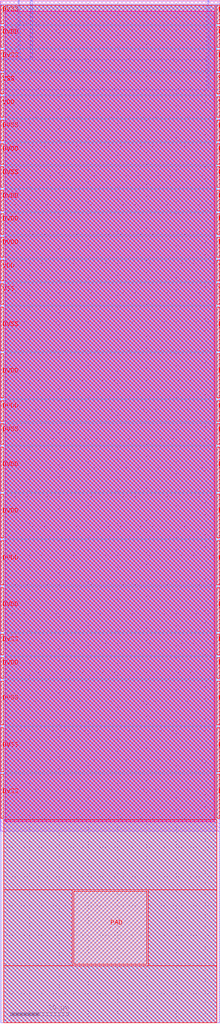
<source format=lef>
VERSION 5.7 ;
  NOWIREEXTENSIONATPIN ON ;
  DIVIDERCHAR "/" ;
  BUSBITCHARS "[]" ;
MACRO gf180mcu_fd_io__in_s
  CLASS PAD INPUT ;
  FOREIGN gf180mcu_fd_io__in_s ;
  ORIGIN 0.000 0.000 ;
  SIZE 75.000 BY 350.000 ;
  SYMMETRY X Y R90 ;
  SITE GF_IO_Site ;
  PIN DVDD
    DIRECTION INOUT ;
    USE POWER ;
    PORT
      LAYER Metal5 ;
        RECT 74.000 118.000 75.000 125.000 ;
    END
    PORT
      LAYER Metal5 ;
        RECT 74.000 182.000 75.000 197.000 ;
    END
    PORT
      LAYER Metal5 ;
        RECT 74.000 166.000 75.000 181.000 ;
    END
    PORT
      LAYER Metal5 ;
        RECT 74.000 150.000 75.000 165.000 ;
    END
    PORT
      LAYER Metal5 ;
        RECT 74.000 134.000 75.000 149.000 ;
    END
    PORT
      LAYER Metal5 ;
        RECT 74.000 214.000 75.000 229.000 ;
    END
    PORT
      LAYER Metal5 ;
        RECT 74.000 206.000 75.000 213.000 ;
    END
    PORT
      LAYER Metal5 ;
        RECT 74.000 278.000 75.000 285.000 ;
    END
    PORT
      LAYER Metal5 ;
        RECT 74.000 270.000 75.000 277.000 ;
    END
    PORT
      LAYER Metal5 ;
        RECT 74.000 262.000 75.000 269.000 ;
    END
    PORT
      LAYER Metal5 ;
        RECT 74.000 294.000 75.000 301.000 ;
    END
    PORT
      LAYER Metal5 ;
        RECT 74.000 334.000 75.000 341.000 ;
    END
    PORT
      LAYER Metal4 ;
        RECT 74.000 118.000 75.000 125.000 ;
    END
    PORT
      LAYER Metal4 ;
        RECT 74.000 182.000 75.000 197.000 ;
    END
    PORT
      LAYER Metal4 ;
        RECT 74.000 166.000 75.000 181.000 ;
    END
    PORT
      LAYER Metal4 ;
        RECT 74.000 150.000 75.000 165.000 ;
    END
    PORT
      LAYER Metal4 ;
        RECT 74.000 134.000 75.000 149.000 ;
    END
    PORT
      LAYER Metal4 ;
        RECT 74.000 214.000 75.000 229.000 ;
    END
    PORT
      LAYER Metal4 ;
        RECT 74.000 206.000 75.000 213.000 ;
    END
    PORT
      LAYER Metal4 ;
        RECT 74.000 278.000 75.000 285.000 ;
    END
    PORT
      LAYER Metal4 ;
        RECT 74.000 270.000 75.000 277.000 ;
    END
    PORT
      LAYER Metal4 ;
        RECT 74.000 262.000 75.000 269.000 ;
    END
    PORT
      LAYER Metal4 ;
        RECT 74.000 294.000 75.000 301.000 ;
    END
    PORT
      LAYER Metal4 ;
        RECT 74.000 334.000 75.000 341.000 ;
    END
    PORT
      LAYER Metal3 ;
        RECT 74.000 118.000 75.000 125.000 ;
    END
    PORT
      LAYER Metal3 ;
        RECT 74.000 182.000 75.000 197.000 ;
    END
    PORT
      LAYER Metal3 ;
        RECT 74.000 166.000 75.000 181.000 ;
    END
    PORT
      LAYER Metal3 ;
        RECT 74.000 150.000 75.000 165.000 ;
    END
    PORT
      LAYER Metal3 ;
        RECT 74.000 134.000 75.000 149.000 ;
    END
    PORT
      LAYER Metal3 ;
        RECT 74.000 214.000 75.000 229.000 ;
    END
    PORT
      LAYER Metal3 ;
        RECT 74.000 206.000 75.000 213.000 ;
    END
    PORT
      LAYER Metal3 ;
        RECT 74.000 278.000 75.000 285.000 ;
    END
    PORT
      LAYER Metal3 ;
        RECT 74.000 270.000 75.000 277.000 ;
    END
    PORT
      LAYER Metal3 ;
        RECT 74.000 262.000 75.000 269.000 ;
    END
    PORT
      LAYER Metal3 ;
        RECT 74.000 294.000 75.000 301.000 ;
    END
    PORT
      LAYER Metal3 ;
        RECT 74.000 334.000 75.000 341.000 ;
    END
    PORT
      LAYER Metal3 ;
        RECT 0.000 334.000 1.000 341.000 ;
    END
    PORT
      LAYER Metal3 ;
        RECT 0.000 294.000 1.000 301.000 ;
    END
    PORT
      LAYER Metal3 ;
        RECT 0.000 262.000 1.000 269.000 ;
    END
    PORT
      LAYER Metal3 ;
        RECT 0.000 270.000 1.000 277.000 ;
    END
    PORT
      LAYER Metal3 ;
        RECT 0.000 278.000 1.000 285.000 ;
    END
    PORT
      LAYER Metal3 ;
        RECT 0.000 206.000 1.000 213.000 ;
    END
    PORT
      LAYER Metal3 ;
        RECT 0.000 214.000 1.000 229.000 ;
    END
    PORT
      LAYER Metal3 ;
        RECT 0.000 134.000 1.000 149.000 ;
    END
    PORT
      LAYER Metal3 ;
        RECT 0.000 150.000 1.000 165.000 ;
    END
    PORT
      LAYER Metal3 ;
        RECT 0.000 166.000 1.000 181.000 ;
    END
    PORT
      LAYER Metal3 ;
        RECT 0.000 182.000 1.000 197.000 ;
    END
    PORT
      LAYER Metal4 ;
        RECT 0.000 334.000 1.000 341.000 ;
    END
    PORT
      LAYER Metal4 ;
        RECT 0.000 294.000 1.000 301.000 ;
    END
    PORT
      LAYER Metal4 ;
        RECT 0.000 262.000 1.000 269.000 ;
    END
    PORT
      LAYER Metal4 ;
        RECT 0.000 270.000 1.000 277.000 ;
    END
    PORT
      LAYER Metal4 ;
        RECT 0.000 278.000 1.000 285.000 ;
    END
    PORT
      LAYER Metal4 ;
        RECT 0.000 206.000 1.000 213.000 ;
    END
    PORT
      LAYER Metal4 ;
        RECT 0.000 214.000 1.000 229.000 ;
    END
    PORT
      LAYER Metal4 ;
        RECT 0.000 134.000 1.000 149.000 ;
    END
    PORT
      LAYER Metal4 ;
        RECT 0.000 150.000 1.000 165.000 ;
    END
    PORT
      LAYER Metal4 ;
        RECT 0.000 166.000 1.000 181.000 ;
    END
    PORT
      LAYER Metal4 ;
        RECT 0.000 182.000 1.000 197.000 ;
    END
    PORT
      LAYER Metal5 ;
        RECT 0.000 334.000 1.000 341.000 ;
    END
    PORT
      LAYER Metal5 ;
        RECT 0.000 294.000 1.000 301.000 ;
    END
    PORT
      LAYER Metal5 ;
        RECT 0.000 262.000 1.000 269.000 ;
    END
    PORT
      LAYER Metal5 ;
        RECT 0.000 270.000 1.000 277.000 ;
    END
    PORT
      LAYER Metal5 ;
        RECT 0.000 278.000 1.000 285.000 ;
    END
    PORT
      LAYER Metal5 ;
        RECT 0.000 206.000 1.000 213.000 ;
    END
    PORT
      LAYER Metal5 ;
        RECT 0.000 214.000 1.000 229.000 ;
    END
    PORT
      LAYER Metal5 ;
        RECT 0.000 134.000 1.000 149.000 ;
    END
    PORT
      LAYER Metal5 ;
        RECT 0.000 150.000 1.000 165.000 ;
    END
    PORT
      LAYER Metal5 ;
        RECT 0.000 166.000 1.000 181.000 ;
    END
    PORT
      LAYER Metal5 ;
        RECT 0.000 182.000 1.000 197.000 ;
    END
    PORT
      LAYER Metal5 ;
        RECT 0.000 118.000 1.000 125.000 ;
    END
    PORT
      LAYER Metal4 ;
        RECT 0.000 118.000 1.000 125.000 ;
    END
    PORT
      LAYER Metal3 ;
        RECT 0.000 118.000 1.000 125.000 ;
    END
  END DVDD
  PIN DVSS
    DIRECTION INOUT ;
    USE GROUND ;
    PORT
      LAYER Metal5 ;
        RECT 74.000 102.000 75.000 117.000 ;
    END
    PORT
      LAYER Metal5 ;
        RECT 74.000 86.000 75.000 101.000 ;
    END
    PORT
      LAYER Metal5 ;
        RECT 74.000 70.000 75.000 85.000 ;
    END
    PORT
      LAYER Metal5 ;
        RECT 74.000 126.000 75.000 133.000 ;
    END
    PORT
      LAYER Metal5 ;
        RECT 74.000 198.000 75.000 205.000 ;
    END
    PORT
      LAYER Metal5 ;
        RECT 74.000 230.000 75.000 245.000 ;
    END
    PORT
      LAYER Metal5 ;
        RECT 74.000 286.000 75.000 293.000 ;
    END
    PORT
      LAYER Metal5 ;
        RECT 74.000 302.000 75.000 309.000 ;
    END
    PORT
      LAYER Metal5 ;
        RECT 74.000 326.000 75.000 333.000 ;
    END
    PORT
      LAYER Metal5 ;
        RECT 74.000 342.000 75.000 348.390 ;
    END
    PORT
      LAYER Metal4 ;
        RECT 74.000 102.000 75.000 117.000 ;
    END
    PORT
      LAYER Metal4 ;
        RECT 74.000 86.000 75.000 101.000 ;
    END
    PORT
      LAYER Metal4 ;
        RECT 74.000 70.000 75.000 85.000 ;
    END
    PORT
      LAYER Metal4 ;
        RECT 74.000 126.000 75.000 133.000 ;
    END
    PORT
      LAYER Metal4 ;
        RECT 74.000 198.000 75.000 205.000 ;
    END
    PORT
      LAYER Metal4 ;
        RECT 74.000 230.000 75.000 245.000 ;
    END
    PORT
      LAYER Metal4 ;
        RECT 74.000 286.000 75.000 293.000 ;
    END
    PORT
      LAYER Metal4 ;
        RECT 74.000 302.000 75.000 309.000 ;
    END
    PORT
      LAYER Metal4 ;
        RECT 74.000 326.000 75.000 333.000 ;
    END
    PORT
      LAYER Metal4 ;
        RECT 74.000 342.000 75.000 348.390 ;
    END
    PORT
      LAYER Metal3 ;
        RECT 74.000 102.000 75.000 117.000 ;
    END
    PORT
      LAYER Metal3 ;
        RECT 74.000 86.000 75.000 101.000 ;
    END
    PORT
      LAYER Metal3 ;
        RECT 74.000 70.000 75.000 85.000 ;
    END
    PORT
      LAYER Metal3 ;
        RECT 74.000 126.000 75.000 133.000 ;
    END
    PORT
      LAYER Metal3 ;
        RECT 74.000 198.000 75.000 205.000 ;
    END
    PORT
      LAYER Metal3 ;
        RECT 74.000 230.000 75.000 245.000 ;
    END
    PORT
      LAYER Metal3 ;
        RECT 74.000 286.000 75.000 293.000 ;
    END
    PORT
      LAYER Metal3 ;
        RECT 74.000 302.000 75.000 309.000 ;
    END
    PORT
      LAYER Metal3 ;
        RECT 74.000 326.000 75.000 333.000 ;
    END
    PORT
      LAYER Metal3 ;
        RECT 74.000 342.000 75.000 348.390 ;
    END
    PORT
      LAYER Metal3 ;
        RECT 0.000 342.000 1.000 348.390 ;
    END
    PORT
      LAYER Metal3 ;
        RECT 0.000 326.000 1.000 333.000 ;
    END
    PORT
      LAYER Metal3 ;
        RECT 0.000 302.000 1.000 309.000 ;
    END
    PORT
      LAYER Metal3 ;
        RECT 0.000 286.000 1.000 293.000 ;
    END
    PORT
      LAYER Metal3 ;
        RECT 0.000 230.000 1.000 245.000 ;
    END
    PORT
      LAYER Metal3 ;
        RECT 0.000 198.000 1.000 205.000 ;
    END
    PORT
      LAYER Metal3 ;
        RECT 0.000 126.000 1.000 133.000 ;
    END
    PORT
      LAYER Metal3 ;
        RECT 0.000 70.000 1.000 85.000 ;
    END
    PORT
      LAYER Metal3 ;
        RECT 0.000 86.000 1.000 101.000 ;
    END
    PORT
      LAYER Metal4 ;
        RECT 0.000 342.000 1.000 348.390 ;
    END
    PORT
      LAYER Metal4 ;
        RECT 0.000 326.000 1.000 333.000 ;
    END
    PORT
      LAYER Metal4 ;
        RECT 0.000 302.000 1.000 309.000 ;
    END
    PORT
      LAYER Metal4 ;
        RECT 0.000 286.000 1.000 293.000 ;
    END
    PORT
      LAYER Metal4 ;
        RECT 0.000 230.000 1.000 245.000 ;
    END
    PORT
      LAYER Metal4 ;
        RECT 0.000 198.000 1.000 205.000 ;
    END
    PORT
      LAYER Metal4 ;
        RECT 0.000 126.000 1.000 133.000 ;
    END
    PORT
      LAYER Metal4 ;
        RECT 0.000 70.000 1.000 85.000 ;
    END
    PORT
      LAYER Metal4 ;
        RECT 0.000 86.000 1.000 101.000 ;
    END
    PORT
      LAYER Metal5 ;
        RECT 0.000 342.000 1.000 348.390 ;
    END
    PORT
      LAYER Metal5 ;
        RECT 0.000 326.000 1.000 333.000 ;
    END
    PORT
      LAYER Metal5 ;
        RECT 0.000 302.000 1.000 309.000 ;
    END
    PORT
      LAYER Metal5 ;
        RECT 0.000 286.000 1.000 293.000 ;
    END
    PORT
      LAYER Metal5 ;
        RECT 0.000 230.000 1.000 245.000 ;
    END
    PORT
      LAYER Metal5 ;
        RECT 0.000 198.000 1.000 205.000 ;
    END
    PORT
      LAYER Metal5 ;
        RECT 0.000 126.000 1.000 133.000 ;
    END
    PORT
      LAYER Metal5 ;
        RECT 0.000 70.000 1.000 85.000 ;
    END
    PORT
      LAYER Metal5 ;
        RECT 0.000 86.000 1.000 101.000 ;
    END
    PORT
      LAYER Metal5 ;
        RECT 0.000 102.000 1.000 117.000 ;
    END
    PORT
      LAYER Metal4 ;
        RECT 0.000 102.000 1.000 117.000 ;
    END
    PORT
      LAYER Metal3 ;
        RECT 0.000 102.000 1.000 117.000 ;
    END
  END DVSS
  PIN PAD
    DIRECTION INPUT ;
    USE SIGNAL ;
    ANTENNADIFFAREA 258.720001 ;
    PORT
      LAYER Metal5 ;
        RECT 25.000 20.000 50.000 45.000 ;
    END
  END PAD
  PIN PD
    DIRECTION INPUT ;
    USE SIGNAL ;
    ANTENNAGATEAREA 10.500000 ;
    ANTENNADIFFAREA 1.000000 ;
    PORT
      LAYER Metal2 ;
        RECT 10.330 329.950 10.710 350.000 ;
    END
  END PD
  PIN PU
    DIRECTION INPUT ;
    USE SIGNAL ;
    ANTENNAGATEAREA 7.350000 ;
    ANTENNADIFFAREA 2.980000 ;
    PORT
      LAYER Metal2 ;
        RECT 5.965 330.270 6.345 350.000 ;
    END
  END PU
  PIN VDD
    DIRECTION INOUT ;
    USE POWER ;
    PORT
      LAYER Metal5 ;
        RECT 74.000 254.000 75.000 261.000 ;
    END
    PORT
      LAYER Metal5 ;
        RECT 74.000 310.000 75.000 317.000 ;
    END
    PORT
      LAYER Metal4 ;
        RECT 74.000 254.000 75.000 261.000 ;
    END
    PORT
      LAYER Metal4 ;
        RECT 74.000 310.000 75.000 317.000 ;
    END
    PORT
      LAYER Metal3 ;
        RECT 74.000 254.000 75.000 261.000 ;
    END
    PORT
      LAYER Metal3 ;
        RECT 74.000 310.000 75.000 317.000 ;
    END
    PORT
      LAYER Metal3 ;
        RECT 0.000 310.000 1.000 317.000 ;
    END
    PORT
      LAYER Metal4 ;
        RECT 0.000 310.000 1.000 317.000 ;
    END
    PORT
      LAYER Metal5 ;
        RECT 0.000 310.000 1.000 317.000 ;
    END
    PORT
      LAYER Metal5 ;
        RECT 0.000 254.000 1.000 261.000 ;
    END
    PORT
      LAYER Metal4 ;
        RECT 0.000 254.000 1.000 261.000 ;
    END
    PORT
      LAYER Metal3 ;
        RECT 0.000 254.000 1.000 261.000 ;
    END
  END VDD
  PIN VSS
    DIRECTION INOUT ;
    USE GROUND ;
    PORT
      LAYER Metal5 ;
        RECT 74.000 246.000 75.000 253.000 ;
    END
    PORT
      LAYER Metal5 ;
        RECT 74.000 318.000 75.000 325.000 ;
    END
    PORT
      LAYER Metal4 ;
        RECT 74.000 246.000 75.000 253.000 ;
    END
    PORT
      LAYER Metal4 ;
        RECT 74.000 318.000 75.000 325.000 ;
    END
    PORT
      LAYER Metal3 ;
        RECT 74.000 246.000 75.000 253.000 ;
    END
    PORT
      LAYER Metal3 ;
        RECT 74.000 318.000 75.000 325.000 ;
    END
    PORT
      LAYER Metal3 ;
        RECT 0.000 318.000 1.000 325.000 ;
    END
    PORT
      LAYER Metal4 ;
        RECT 0.000 318.000 1.000 325.000 ;
    END
    PORT
      LAYER Metal5 ;
        RECT 0.000 318.000 1.000 325.000 ;
    END
    PORT
      LAYER Metal5 ;
        RECT 0.000 246.000 1.000 253.000 ;
    END
    PORT
      LAYER Metal4 ;
        RECT 0.000 246.000 1.000 253.000 ;
    END
    PORT
      LAYER Metal3 ;
        RECT 0.000 246.000 1.000 253.000 ;
    END
  END VSS
  PIN Y
    DIRECTION OUTPUT ;
    USE SIGNAL ;
    ANTENNADIFFAREA 7.800000 ;
    PORT
      LAYER Metal2 ;
        RECT 70.860 319.750 71.240 350.000 ;
    END
  END Y
  OBS
      LAYER Nwell ;
        RECT 1.610 68.745 73.180 346.385 ;
      LAYER Metal1 ;
        RECT -0.160 65.540 75.160 349.785 ;
      LAYER Metal2 ;
        RECT 0.000 329.970 5.665 348.695 ;
        RECT 6.645 329.970 10.030 348.695 ;
        RECT 0.000 329.650 10.030 329.970 ;
        RECT 11.010 329.650 70.560 348.695 ;
        RECT 0.000 319.450 70.560 329.650 ;
        RECT 71.540 319.450 75.000 348.695 ;
        RECT 0.000 0.000 75.000 319.450 ;
      LAYER Metal3 ;
        RECT 1.300 341.700 73.700 348.390 ;
        RECT 1.000 341.300 74.000 341.700 ;
        RECT 1.300 333.700 73.700 341.300 ;
        RECT 1.000 333.300 74.000 333.700 ;
        RECT 1.300 325.700 73.700 333.300 ;
        RECT 1.000 325.300 74.000 325.700 ;
        RECT 1.300 317.700 73.700 325.300 ;
        RECT 1.000 317.300 74.000 317.700 ;
        RECT 1.300 309.700 73.700 317.300 ;
        RECT 1.000 309.300 74.000 309.700 ;
        RECT 1.300 301.700 73.700 309.300 ;
        RECT 1.000 301.300 74.000 301.700 ;
        RECT 1.300 293.700 73.700 301.300 ;
        RECT 1.000 293.300 74.000 293.700 ;
        RECT 1.300 285.700 73.700 293.300 ;
        RECT 1.000 285.300 74.000 285.700 ;
        RECT 1.300 277.700 73.700 285.300 ;
        RECT 1.000 277.300 74.000 277.700 ;
        RECT 1.300 269.700 73.700 277.300 ;
        RECT 1.000 269.300 74.000 269.700 ;
        RECT 1.300 261.700 73.700 269.300 ;
        RECT 1.000 261.300 74.000 261.700 ;
        RECT 1.300 253.700 73.700 261.300 ;
        RECT 1.000 253.300 74.000 253.700 ;
        RECT 1.300 245.700 73.700 253.300 ;
        RECT 1.000 245.300 74.000 245.700 ;
        RECT 1.300 229.700 73.700 245.300 ;
        RECT 1.000 229.300 74.000 229.700 ;
        RECT 1.300 213.700 73.700 229.300 ;
        RECT 1.000 213.300 74.000 213.700 ;
        RECT 1.300 205.700 73.700 213.300 ;
        RECT 1.000 205.300 74.000 205.700 ;
        RECT 1.300 197.700 73.700 205.300 ;
        RECT 1.000 197.300 74.000 197.700 ;
        RECT 1.300 181.700 73.700 197.300 ;
        RECT 1.000 181.300 74.000 181.700 ;
        RECT 1.300 165.700 73.700 181.300 ;
        RECT 1.000 165.300 74.000 165.700 ;
        RECT 1.300 149.700 73.700 165.300 ;
        RECT 1.000 149.300 74.000 149.700 ;
        RECT 1.300 133.700 73.700 149.300 ;
        RECT 1.000 133.300 74.000 133.700 ;
        RECT 1.300 125.700 73.700 133.300 ;
        RECT 1.000 125.300 74.000 125.700 ;
        RECT 1.300 117.700 73.700 125.300 ;
        RECT 1.000 117.300 74.000 117.700 ;
        RECT 1.300 101.700 73.700 117.300 ;
        RECT 1.000 101.300 74.000 101.700 ;
        RECT 1.300 85.700 73.700 101.300 ;
        RECT 1.000 85.300 74.000 85.700 ;
        RECT 1.300 69.700 73.700 85.300 ;
        RECT 1.000 0.000 74.000 69.700 ;
      LAYER Metal4 ;
        RECT 1.300 341.700 73.700 348.390 ;
        RECT 1.000 341.300 74.000 341.700 ;
        RECT 1.300 333.700 73.700 341.300 ;
        RECT 1.000 333.300 74.000 333.700 ;
        RECT 1.300 325.700 73.700 333.300 ;
        RECT 1.000 325.300 74.000 325.700 ;
        RECT 1.300 317.700 73.700 325.300 ;
        RECT 1.000 317.300 74.000 317.700 ;
        RECT 1.300 309.700 73.700 317.300 ;
        RECT 1.000 309.300 74.000 309.700 ;
        RECT 1.300 301.700 73.700 309.300 ;
        RECT 1.000 301.300 74.000 301.700 ;
        RECT 1.300 293.700 73.700 301.300 ;
        RECT 1.000 293.300 74.000 293.700 ;
        RECT 1.300 285.700 73.700 293.300 ;
        RECT 1.000 285.300 74.000 285.700 ;
        RECT 1.300 277.700 73.700 285.300 ;
        RECT 1.000 277.300 74.000 277.700 ;
        RECT 1.300 269.700 73.700 277.300 ;
        RECT 1.000 269.300 74.000 269.700 ;
        RECT 1.300 261.700 73.700 269.300 ;
        RECT 1.000 261.300 74.000 261.700 ;
        RECT 1.300 253.700 73.700 261.300 ;
        RECT 1.000 253.300 74.000 253.700 ;
        RECT 1.300 245.700 73.700 253.300 ;
        RECT 1.000 245.300 74.000 245.700 ;
        RECT 1.300 229.700 73.700 245.300 ;
        RECT 1.000 229.300 74.000 229.700 ;
        RECT 1.300 213.700 73.700 229.300 ;
        RECT 1.000 213.300 74.000 213.700 ;
        RECT 1.300 205.700 73.700 213.300 ;
        RECT 1.000 205.300 74.000 205.700 ;
        RECT 1.300 197.700 73.700 205.300 ;
        RECT 1.000 197.300 74.000 197.700 ;
        RECT 1.300 181.700 73.700 197.300 ;
        RECT 1.000 181.300 74.000 181.700 ;
        RECT 1.300 165.700 73.700 181.300 ;
        RECT 1.000 165.300 74.000 165.700 ;
        RECT 1.300 149.700 73.700 165.300 ;
        RECT 1.000 149.300 74.000 149.700 ;
        RECT 1.300 133.700 73.700 149.300 ;
        RECT 1.000 133.300 74.000 133.700 ;
        RECT 1.300 125.700 73.700 133.300 ;
        RECT 1.000 125.300 74.000 125.700 ;
        RECT 1.300 117.700 73.700 125.300 ;
        RECT 1.000 117.300 74.000 117.700 ;
        RECT 1.300 101.700 73.700 117.300 ;
        RECT 1.000 101.300 74.000 101.700 ;
        RECT 1.300 85.700 73.700 101.300 ;
        RECT 1.000 85.300 74.000 85.700 ;
        RECT 1.300 69.700 73.700 85.300 ;
        RECT 1.000 0.000 74.000 69.700 ;
      LAYER Metal5 ;
        RECT 1.500 69.500 73.500 348.390 ;
        RECT 1.000 45.500 74.000 69.500 ;
        RECT 1.000 19.500 24.500 45.500 ;
        RECT 50.500 19.500 74.000 45.500 ;
        RECT 1.000 0.000 74.000 19.500 ;
  END
END gf180mcu_fd_io__in_s
END LIBRARY


</source>
